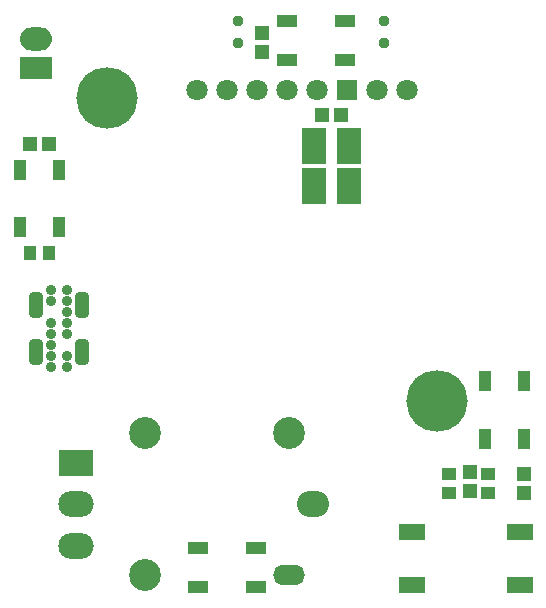
<source format=gbs>
G04*
G04 #@! TF.GenerationSoftware,Altium Limited,Altium Designer,23.4.1 (23)*
G04*
G04 Layer_Color=16711935*
%FSLAX44Y44*%
%MOMM*%
G71*
G04*
G04 #@! TF.SameCoordinates,2E05C734-F49D-4732-BD03-9418B1375616*
G04*
G04*
G04 #@! TF.FilePolarity,Negative*
G04*
G01*
G75*
%ADD39R,1.0032X1.1532*%
%ADD44R,1.1532X1.1532*%
%ADD45R,1.1532X1.0032*%
%ADD47R,1.1532X1.1532*%
%ADD57R,2.0032X3.1032*%
%ADD59C,1.8032*%
%ADD60C,5.2032*%
%ADD61R,1.8032X1.8032*%
%ADD62C,0.9532*%
%ADD63O,2.7032X1.9532*%
%ADD64R,2.7032X1.9532*%
G04:AMPARAMS|DCode=65|XSize=2.2032mm|YSize=1.2032mm|CornerRadius=0.3516mm|HoleSize=0mm|Usage=FLASHONLY|Rotation=90.000|XOffset=0mm|YOffset=0mm|HoleType=Round|Shape=RoundedRectangle|*
%AMROUNDEDRECTD65*
21,1,2.2032,0.5000,0,0,90.0*
21,1,1.5000,1.2032,0,0,90.0*
1,1,0.7032,0.2500,0.7500*
1,1,0.7032,0.2500,-0.7500*
1,1,0.7032,-0.2500,-0.7500*
1,1,0.7032,-0.2500,0.7500*
%
%ADD65ROUNDEDRECTD65*%
G04:AMPARAMS|DCode=66|XSize=0.8032mm|YSize=0.8032mm|CornerRadius=0.2516mm|HoleSize=0mm|Usage=FLASHONLY|Rotation=90.000|XOffset=0mm|YOffset=0mm|HoleType=Round|Shape=RoundedRectangle|*
%AMROUNDEDRECTD66*
21,1,0.8032,0.3000,0,0,90.0*
21,1,0.3000,0.8032,0,0,90.0*
1,1,0.5032,0.1500,0.1500*
1,1,0.5032,0.1500,-0.1500*
1,1,0.5032,-0.1500,-0.1500*
1,1,0.5032,-0.1500,0.1500*
%
%ADD66ROUNDEDRECTD66*%
%ADD67O,2.7032X2.2032*%
%ADD68C,2.7032*%
%ADD69O,2.7032X1.7032*%
%ADD70R,3.0032X2.2032*%
%ADD71O,3.0032X2.2032*%
%ADD94R,2.2032X1.4032*%
%ADD95R,1.7032X1.1032*%
%ADD96R,1.1032X1.7032*%
D39*
X20000Y293000D02*
D03*
X36000D02*
D03*
D44*
X283750Y409250D02*
D03*
X267750D02*
D03*
X36000Y385000D02*
D03*
X20000D02*
D03*
D45*
X408000Y106000D02*
D03*
Y90000D02*
D03*
X375000D02*
D03*
Y106000D02*
D03*
D47*
X438500Y106000D02*
D03*
Y90000D02*
D03*
X392500Y91000D02*
D03*
Y107000D02*
D03*
X217000Y479000D02*
D03*
Y463000D02*
D03*
D57*
X261000Y349750D02*
D03*
X290000D02*
D03*
X261000Y383250D02*
D03*
X290000D02*
D03*
D59*
X161500Y430600D02*
D03*
X339300D02*
D03*
X313900D02*
D03*
X212300D02*
D03*
X186900D02*
D03*
X237700D02*
D03*
X263100D02*
D03*
D60*
X85160Y424250D02*
D03*
X364560Y167710D02*
D03*
D61*
X288500Y430600D02*
D03*
D62*
X196000Y471000D02*
D03*
Y489000D02*
D03*
X320000Y489000D02*
D03*
Y471000D02*
D03*
D63*
X25000Y474250D02*
D03*
D64*
Y449250D02*
D03*
D65*
X64300Y248750D02*
D03*
Y208750D02*
D03*
X25700Y248750D02*
D03*
Y208750D02*
D03*
D66*
X52000Y261250D02*
D03*
Y251964D02*
D03*
Y242679D02*
D03*
Y233393D02*
D03*
Y224107D02*
D03*
Y205536D02*
D03*
Y196250D02*
D03*
X38000Y261250D02*
D03*
Y251964D02*
D03*
Y233393D02*
D03*
Y224107D02*
D03*
Y214821D02*
D03*
Y205536D02*
D03*
Y196250D02*
D03*
D67*
X259500Y80000D02*
D03*
D68*
X117500Y20000D02*
D03*
X239500Y140000D02*
D03*
X117500Y140000D02*
D03*
D69*
X239500Y20000D02*
D03*
D70*
X59000Y115000D02*
D03*
D71*
Y80000D02*
D03*
Y45000D02*
D03*
D94*
X344000Y56500D02*
D03*
Y11500D02*
D03*
X435500D02*
D03*
Y56500D02*
D03*
D95*
X211500Y10000D02*
D03*
Y43000D02*
D03*
X162500D02*
D03*
Y10000D02*
D03*
X238015Y488990D02*
D03*
Y455990D02*
D03*
X287015D02*
D03*
Y488990D02*
D03*
D96*
X438500Y184150D02*
D03*
X405500D02*
D03*
Y135150D02*
D03*
X438500D02*
D03*
X11450Y363435D02*
D03*
X44450D02*
D03*
Y314435D02*
D03*
X11450D02*
D03*
M02*

</source>
